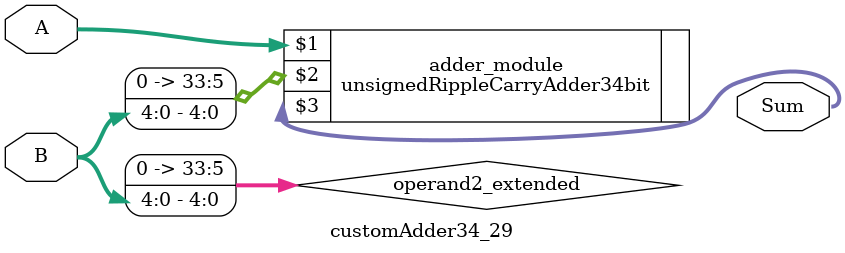
<source format=v>
module customAdder34_29(
                        input [33 : 0] A,
                        input [4 : 0] B,
                        
                        output [34 : 0] Sum
                );

        wire [33 : 0] operand2_extended;
        
        assign operand2_extended =  {29'b0, B};
        
        unsignedRippleCarryAdder34bit adder_module(
            A,
            operand2_extended,
            Sum
        );
        
        endmodule
        
</source>
